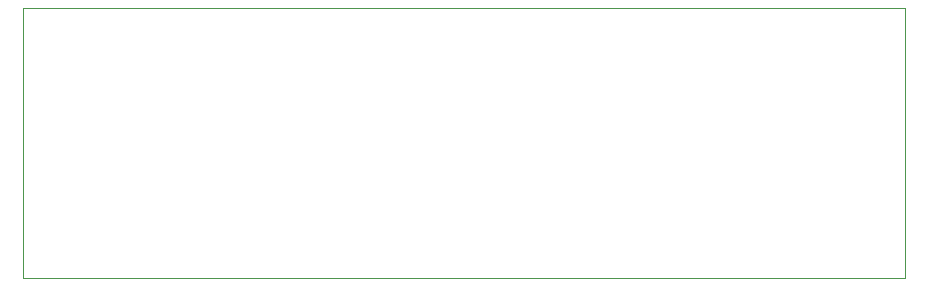
<source format=gbr>
%TF.GenerationSoftware,KiCad,Pcbnew,(7.0.0)*%
%TF.CreationDate,2023-04-10T16:26:54+12:00*%
%TF.ProjectId,can_expansion_hub,63616e5f-6578-4706-916e-73696f6e5f68,rev?*%
%TF.SameCoordinates,Original*%
%TF.FileFunction,Profile,NP*%
%FSLAX46Y46*%
G04 Gerber Fmt 4.6, Leading zero omitted, Abs format (unit mm)*
G04 Created by KiCad (PCBNEW (7.0.0)) date 2023-04-10 16:26:54*
%MOMM*%
%LPD*%
G01*
G04 APERTURE LIST*
%TA.AperFunction,Profile*%
%ADD10C,0.100000*%
%TD*%
G04 APERTURE END LIST*
D10*
X76454000Y-90170000D02*
X151130000Y-90170000D01*
X151130000Y-90170000D02*
X151130000Y-113030000D01*
X151130000Y-113030000D02*
X76454000Y-113030000D01*
X76454000Y-113030000D02*
X76454000Y-90170000D01*
M02*

</source>
